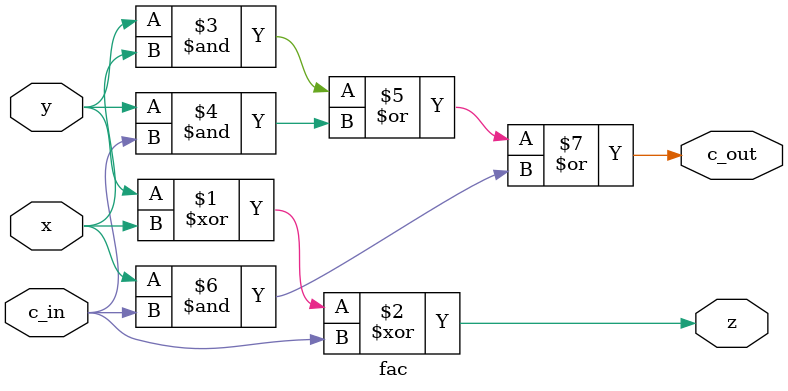
<source format=v>
/*
 * Generated by Digital. Don't modify this file!
 * Any changes will be lost if this file is regenerated.
 */

module fac (
  input y,
  input x,
  input c_in,
  output z,
  output c_out
);
  assign z = (y ^ x ^ c_in);
  assign c_out = ((y & x) | (y & c_in) | (x & c_in));
endmodule

</source>
